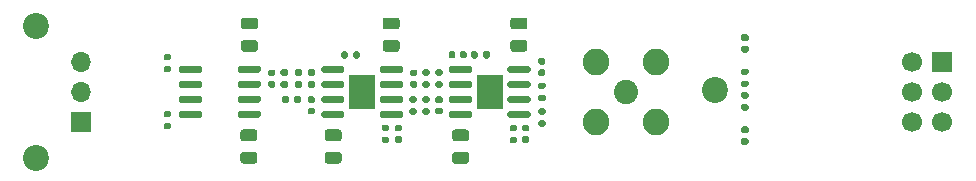
<source format=gbr>
%TF.GenerationSoftware,KiCad,Pcbnew,(5.1.8)-1*%
%TF.CreationDate,2021-10-07T20:49:06+08:00*%
%TF.ProjectId,Amplifier,416d706c-6966-4696-9572-2e6b69636164,rev?*%
%TF.SameCoordinates,Original*%
%TF.FileFunction,Soldermask,Top*%
%TF.FilePolarity,Negative*%
%FSLAX46Y46*%
G04 Gerber Fmt 4.6, Leading zero omitted, Abs format (unit mm)*
G04 Created by KiCad (PCBNEW (5.1.8)-1) date 2021-10-07 20:49:06*
%MOMM*%
%LPD*%
G01*
G04 APERTURE LIST*
%ADD10C,1.700000*%
%ADD11R,1.700000X1.700000*%
%ADD12C,2.200000*%
%ADD13R,2.290000X3.000000*%
%ADD14C,2.250000*%
%ADD15C,2.050000*%
%ADD16O,1.700000X1.700000*%
G04 APERTURE END LIST*
D10*
%TO.C,J1*%
X144290000Y-99520000D03*
X146830000Y-102060000D03*
D11*
X146830000Y-96980000D03*
D10*
X144290000Y-102060000D03*
X146830000Y-99520000D03*
X144290000Y-96980000D03*
%TD*%
%TO.C,R22*%
G36*
G01*
X129905000Y-100540000D02*
X130275000Y-100540000D01*
G75*
G02*
X130410000Y-100675000I0J-135000D01*
G01*
X130410000Y-100945000D01*
G75*
G02*
X130275000Y-101080000I-135000J0D01*
G01*
X129905000Y-101080000D01*
G75*
G02*
X129770000Y-100945000I0J135000D01*
G01*
X129770000Y-100675000D01*
G75*
G02*
X129905000Y-100540000I135000J0D01*
G01*
G37*
G36*
G01*
X129905000Y-99520000D02*
X130275000Y-99520000D01*
G75*
G02*
X130410000Y-99655000I0J-135000D01*
G01*
X130410000Y-99925000D01*
G75*
G02*
X130275000Y-100060000I-135000J0D01*
G01*
X129905000Y-100060000D01*
G75*
G02*
X129770000Y-99925000I0J135000D01*
G01*
X129770000Y-99655000D01*
G75*
G02*
X129905000Y-99520000I135000J0D01*
G01*
G37*
%TD*%
%TO.C,R21*%
G36*
G01*
X129905000Y-98545000D02*
X130275000Y-98545000D01*
G75*
G02*
X130410000Y-98680000I0J-135000D01*
G01*
X130410000Y-98950000D01*
G75*
G02*
X130275000Y-99085000I-135000J0D01*
G01*
X129905000Y-99085000D01*
G75*
G02*
X129770000Y-98950000I0J135000D01*
G01*
X129770000Y-98680000D01*
G75*
G02*
X129905000Y-98545000I135000J0D01*
G01*
G37*
G36*
G01*
X129905000Y-97525000D02*
X130275000Y-97525000D01*
G75*
G02*
X130410000Y-97660000I0J-135000D01*
G01*
X130410000Y-97930000D01*
G75*
G02*
X130275000Y-98065000I-135000J0D01*
G01*
X129905000Y-98065000D01*
G75*
G02*
X129770000Y-97930000I0J135000D01*
G01*
X129770000Y-97660000D01*
G75*
G02*
X129905000Y-97525000I135000J0D01*
G01*
G37*
%TD*%
%TO.C,D2*%
G36*
G01*
X130262500Y-103010000D02*
X129917500Y-103010000D01*
G75*
G02*
X129770000Y-102862500I0J147500D01*
G01*
X129770000Y-102567500D01*
G75*
G02*
X129917500Y-102420000I147500J0D01*
G01*
X130262500Y-102420000D01*
G75*
G02*
X130410000Y-102567500I0J-147500D01*
G01*
X130410000Y-102862500D01*
G75*
G02*
X130262500Y-103010000I-147500J0D01*
G01*
G37*
G36*
G01*
X130262500Y-103980000D02*
X129917500Y-103980000D01*
G75*
G02*
X129770000Y-103832500I0J147500D01*
G01*
X129770000Y-103537500D01*
G75*
G02*
X129917500Y-103390000I147500J0D01*
G01*
X130262500Y-103390000D01*
G75*
G02*
X130410000Y-103537500I0J-147500D01*
G01*
X130410000Y-103832500D01*
G75*
G02*
X130262500Y-103980000I-147500J0D01*
G01*
G37*
%TD*%
%TO.C,D1*%
G36*
G01*
X130262500Y-95210000D02*
X129917500Y-95210000D01*
G75*
G02*
X129770000Y-95062500I0J147500D01*
G01*
X129770000Y-94767500D01*
G75*
G02*
X129917500Y-94620000I147500J0D01*
G01*
X130262500Y-94620000D01*
G75*
G02*
X130410000Y-94767500I0J-147500D01*
G01*
X130410000Y-95062500D01*
G75*
G02*
X130262500Y-95210000I-147500J0D01*
G01*
G37*
G36*
G01*
X130262500Y-96180000D02*
X129917500Y-96180000D01*
G75*
G02*
X129770000Y-96032500I0J147500D01*
G01*
X129770000Y-95737500D01*
G75*
G02*
X129917500Y-95590000I147500J0D01*
G01*
X130262500Y-95590000D01*
G75*
G02*
X130410000Y-95737500I0J-147500D01*
G01*
X130410000Y-96032500D01*
G75*
G02*
X130262500Y-96180000I-147500J0D01*
G01*
G37*
%TD*%
D12*
%TO.C,H3*%
X127600000Y-99300000D03*
%TD*%
%TO.C,H2*%
X70100000Y-105100000D03*
%TD*%
%TO.C,H1*%
X70100000Y-93900000D03*
%TD*%
%TO.C,R20*%
G36*
G01*
X112735000Y-101910000D02*
X113105000Y-101910000D01*
G75*
G02*
X113240000Y-102045000I0J-135000D01*
G01*
X113240000Y-102315000D01*
G75*
G02*
X113105000Y-102450000I-135000J0D01*
G01*
X112735000Y-102450000D01*
G75*
G02*
X112600000Y-102315000I0J135000D01*
G01*
X112600000Y-102045000D01*
G75*
G02*
X112735000Y-101910000I135000J0D01*
G01*
G37*
G36*
G01*
X112735000Y-100890000D02*
X113105000Y-100890000D01*
G75*
G02*
X113240000Y-101025000I0J-135000D01*
G01*
X113240000Y-101295000D01*
G75*
G02*
X113105000Y-101430000I-135000J0D01*
G01*
X112735000Y-101430000D01*
G75*
G02*
X112600000Y-101295000I0J135000D01*
G01*
X112600000Y-101025000D01*
G75*
G02*
X112735000Y-100890000I135000J0D01*
G01*
G37*
%TD*%
%TO.C,R19*%
G36*
G01*
X112715000Y-99740000D02*
X113085000Y-99740000D01*
G75*
G02*
X113220000Y-99875000I0J-135000D01*
G01*
X113220000Y-100145000D01*
G75*
G02*
X113085000Y-100280000I-135000J0D01*
G01*
X112715000Y-100280000D01*
G75*
G02*
X112580000Y-100145000I0J135000D01*
G01*
X112580000Y-99875000D01*
G75*
G02*
X112715000Y-99740000I135000J0D01*
G01*
G37*
G36*
G01*
X112715000Y-98720000D02*
X113085000Y-98720000D01*
G75*
G02*
X113220000Y-98855000I0J-135000D01*
G01*
X113220000Y-99125000D01*
G75*
G02*
X113085000Y-99260000I-135000J0D01*
G01*
X112715000Y-99260000D01*
G75*
G02*
X112580000Y-99125000I0J135000D01*
G01*
X112580000Y-98855000D01*
G75*
G02*
X112715000Y-98720000I135000J0D01*
G01*
G37*
%TD*%
%TO.C,R18*%
G36*
G01*
X110685000Y-102830000D02*
X110315000Y-102830000D01*
G75*
G02*
X110180000Y-102695000I0J135000D01*
G01*
X110180000Y-102425000D01*
G75*
G02*
X110315000Y-102290000I135000J0D01*
G01*
X110685000Y-102290000D01*
G75*
G02*
X110820000Y-102425000I0J-135000D01*
G01*
X110820000Y-102695000D01*
G75*
G02*
X110685000Y-102830000I-135000J0D01*
G01*
G37*
G36*
G01*
X110685000Y-103850000D02*
X110315000Y-103850000D01*
G75*
G02*
X110180000Y-103715000I0J135000D01*
G01*
X110180000Y-103445000D01*
G75*
G02*
X110315000Y-103310000I135000J0D01*
G01*
X110685000Y-103310000D01*
G75*
G02*
X110820000Y-103445000I0J-135000D01*
G01*
X110820000Y-103715000D01*
G75*
G02*
X110685000Y-103850000I-135000J0D01*
G01*
G37*
%TD*%
%TO.C,R17*%
G36*
G01*
X107950000Y-96545000D02*
X107950000Y-96175000D01*
G75*
G02*
X108085000Y-96040000I135000J0D01*
G01*
X108355000Y-96040000D01*
G75*
G02*
X108490000Y-96175000I0J-135000D01*
G01*
X108490000Y-96545000D01*
G75*
G02*
X108355000Y-96680000I-135000J0D01*
G01*
X108085000Y-96680000D01*
G75*
G02*
X107950000Y-96545000I0J135000D01*
G01*
G37*
G36*
G01*
X106930000Y-96545000D02*
X106930000Y-96175000D01*
G75*
G02*
X107065000Y-96040000I135000J0D01*
G01*
X107335000Y-96040000D01*
G75*
G02*
X107470000Y-96175000I0J-135000D01*
G01*
X107470000Y-96545000D01*
G75*
G02*
X107335000Y-96680000I-135000J0D01*
G01*
X107065000Y-96680000D01*
G75*
G02*
X106930000Y-96545000I0J135000D01*
G01*
G37*
%TD*%
%TO.C,R16*%
G36*
G01*
X103285000Y-98130000D02*
X102915000Y-98130000D01*
G75*
G02*
X102780000Y-97995000I0J135000D01*
G01*
X102780000Y-97725000D01*
G75*
G02*
X102915000Y-97590000I135000J0D01*
G01*
X103285000Y-97590000D01*
G75*
G02*
X103420000Y-97725000I0J-135000D01*
G01*
X103420000Y-97995000D01*
G75*
G02*
X103285000Y-98130000I-135000J0D01*
G01*
G37*
G36*
G01*
X103285000Y-99150000D02*
X102915000Y-99150000D01*
G75*
G02*
X102780000Y-99015000I0J135000D01*
G01*
X102780000Y-98745000D01*
G75*
G02*
X102915000Y-98610000I135000J0D01*
G01*
X103285000Y-98610000D01*
G75*
G02*
X103420000Y-98745000I0J-135000D01*
G01*
X103420000Y-99015000D01*
G75*
G02*
X103285000Y-99150000I-135000J0D01*
G01*
G37*
%TD*%
%TO.C,R15*%
G36*
G01*
X104015000Y-98610000D02*
X104385000Y-98610000D01*
G75*
G02*
X104520000Y-98745000I0J-135000D01*
G01*
X104520000Y-99015000D01*
G75*
G02*
X104385000Y-99150000I-135000J0D01*
G01*
X104015000Y-99150000D01*
G75*
G02*
X103880000Y-99015000I0J135000D01*
G01*
X103880000Y-98745000D01*
G75*
G02*
X104015000Y-98610000I135000J0D01*
G01*
G37*
G36*
G01*
X104015000Y-97590000D02*
X104385000Y-97590000D01*
G75*
G02*
X104520000Y-97725000I0J-135000D01*
G01*
X104520000Y-97995000D01*
G75*
G02*
X104385000Y-98130000I-135000J0D01*
G01*
X104015000Y-98130000D01*
G75*
G02*
X103880000Y-97995000I0J135000D01*
G01*
X103880000Y-97725000D01*
G75*
G02*
X104015000Y-97590000I135000J0D01*
G01*
G37*
%TD*%
%TO.C,R14*%
G36*
G01*
X103285000Y-100410000D02*
X102915000Y-100410000D01*
G75*
G02*
X102780000Y-100275000I0J135000D01*
G01*
X102780000Y-100005000D01*
G75*
G02*
X102915000Y-99870000I135000J0D01*
G01*
X103285000Y-99870000D01*
G75*
G02*
X103420000Y-100005000I0J-135000D01*
G01*
X103420000Y-100275000D01*
G75*
G02*
X103285000Y-100410000I-135000J0D01*
G01*
G37*
G36*
G01*
X103285000Y-101430000D02*
X102915000Y-101430000D01*
G75*
G02*
X102780000Y-101295000I0J135000D01*
G01*
X102780000Y-101025000D01*
G75*
G02*
X102915000Y-100890000I135000J0D01*
G01*
X103285000Y-100890000D01*
G75*
G02*
X103420000Y-101025000I0J-135000D01*
G01*
X103420000Y-101295000D01*
G75*
G02*
X103285000Y-101430000I-135000J0D01*
G01*
G37*
%TD*%
%TO.C,R13*%
G36*
G01*
X101815000Y-100890000D02*
X102185000Y-100890000D01*
G75*
G02*
X102320000Y-101025000I0J-135000D01*
G01*
X102320000Y-101295000D01*
G75*
G02*
X102185000Y-101430000I-135000J0D01*
G01*
X101815000Y-101430000D01*
G75*
G02*
X101680000Y-101295000I0J135000D01*
G01*
X101680000Y-101025000D01*
G75*
G02*
X101815000Y-100890000I135000J0D01*
G01*
G37*
G36*
G01*
X101815000Y-99870000D02*
X102185000Y-99870000D01*
G75*
G02*
X102320000Y-100005000I0J-135000D01*
G01*
X102320000Y-100275000D01*
G75*
G02*
X102185000Y-100410000I-135000J0D01*
G01*
X101815000Y-100410000D01*
G75*
G02*
X101680000Y-100275000I0J135000D01*
G01*
X101680000Y-100005000D01*
G75*
G02*
X101815000Y-99870000I135000J0D01*
G01*
G37*
%TD*%
%TO.C,R12*%
G36*
G01*
X99845000Y-102810000D02*
X99475000Y-102810000D01*
G75*
G02*
X99340000Y-102675000I0J135000D01*
G01*
X99340000Y-102405000D01*
G75*
G02*
X99475000Y-102270000I135000J0D01*
G01*
X99845000Y-102270000D01*
G75*
G02*
X99980000Y-102405000I0J-135000D01*
G01*
X99980000Y-102675000D01*
G75*
G02*
X99845000Y-102810000I-135000J0D01*
G01*
G37*
G36*
G01*
X99845000Y-103830000D02*
X99475000Y-103830000D01*
G75*
G02*
X99340000Y-103695000I0J135000D01*
G01*
X99340000Y-103425000D01*
G75*
G02*
X99475000Y-103290000I135000J0D01*
G01*
X99845000Y-103290000D01*
G75*
G02*
X99980000Y-103425000I0J-135000D01*
G01*
X99980000Y-103695000D01*
G75*
G02*
X99845000Y-103830000I-135000J0D01*
G01*
G37*
%TD*%
%TO.C,R11*%
G36*
G01*
X96950000Y-96565000D02*
X96950000Y-96195000D01*
G75*
G02*
X97085000Y-96060000I135000J0D01*
G01*
X97355000Y-96060000D01*
G75*
G02*
X97490000Y-96195000I0J-135000D01*
G01*
X97490000Y-96565000D01*
G75*
G02*
X97355000Y-96700000I-135000J0D01*
G01*
X97085000Y-96700000D01*
G75*
G02*
X96950000Y-96565000I0J135000D01*
G01*
G37*
G36*
G01*
X95930000Y-96565000D02*
X95930000Y-96195000D01*
G75*
G02*
X96065000Y-96060000I135000J0D01*
G01*
X96335000Y-96060000D01*
G75*
G02*
X96470000Y-96195000I0J-135000D01*
G01*
X96470000Y-96565000D01*
G75*
G02*
X96335000Y-96700000I-135000J0D01*
G01*
X96065000Y-96700000D01*
G75*
G02*
X95930000Y-96565000I0J135000D01*
G01*
G37*
%TD*%
%TO.C,R10*%
G36*
G01*
X92485000Y-98130000D02*
X92115000Y-98130000D01*
G75*
G02*
X91980000Y-97995000I0J135000D01*
G01*
X91980000Y-97725000D01*
G75*
G02*
X92115000Y-97590000I135000J0D01*
G01*
X92485000Y-97590000D01*
G75*
G02*
X92620000Y-97725000I0J-135000D01*
G01*
X92620000Y-97995000D01*
G75*
G02*
X92485000Y-98130000I-135000J0D01*
G01*
G37*
G36*
G01*
X92485000Y-99150000D02*
X92115000Y-99150000D01*
G75*
G02*
X91980000Y-99015000I0J135000D01*
G01*
X91980000Y-98745000D01*
G75*
G02*
X92115000Y-98610000I135000J0D01*
G01*
X92485000Y-98610000D01*
G75*
G02*
X92620000Y-98745000I0J-135000D01*
G01*
X92620000Y-99015000D01*
G75*
G02*
X92485000Y-99150000I-135000J0D01*
G01*
G37*
%TD*%
%TO.C,R9*%
G36*
G01*
X93215000Y-98610000D02*
X93585000Y-98610000D01*
G75*
G02*
X93720000Y-98745000I0J-135000D01*
G01*
X93720000Y-99015000D01*
G75*
G02*
X93585000Y-99150000I-135000J0D01*
G01*
X93215000Y-99150000D01*
G75*
G02*
X93080000Y-99015000I0J135000D01*
G01*
X93080000Y-98745000D01*
G75*
G02*
X93215000Y-98610000I135000J0D01*
G01*
G37*
G36*
G01*
X93215000Y-97590000D02*
X93585000Y-97590000D01*
G75*
G02*
X93720000Y-97725000I0J-135000D01*
G01*
X93720000Y-97995000D01*
G75*
G02*
X93585000Y-98130000I-135000J0D01*
G01*
X93215000Y-98130000D01*
G75*
G02*
X93080000Y-97995000I0J135000D01*
G01*
X93080000Y-97725000D01*
G75*
G02*
X93215000Y-97590000I135000J0D01*
G01*
G37*
%TD*%
%TO.C,R8*%
G36*
G01*
X91460000Y-99965000D02*
X91460000Y-100335000D01*
G75*
G02*
X91325000Y-100470000I-135000J0D01*
G01*
X91055000Y-100470000D01*
G75*
G02*
X90920000Y-100335000I0J135000D01*
G01*
X90920000Y-99965000D01*
G75*
G02*
X91055000Y-99830000I135000J0D01*
G01*
X91325000Y-99830000D01*
G75*
G02*
X91460000Y-99965000I0J-135000D01*
G01*
G37*
G36*
G01*
X92480000Y-99965000D02*
X92480000Y-100335000D01*
G75*
G02*
X92345000Y-100470000I-135000J0D01*
G01*
X92075000Y-100470000D01*
G75*
G02*
X91940000Y-100335000I0J135000D01*
G01*
X91940000Y-99965000D01*
G75*
G02*
X92075000Y-99830000I135000J0D01*
G01*
X92345000Y-99830000D01*
G75*
G02*
X92480000Y-99965000I0J-135000D01*
G01*
G37*
%TD*%
%TO.C,R7*%
G36*
G01*
X91285000Y-98130000D02*
X90915000Y-98130000D01*
G75*
G02*
X90780000Y-97995000I0J135000D01*
G01*
X90780000Y-97725000D01*
G75*
G02*
X90915000Y-97590000I135000J0D01*
G01*
X91285000Y-97590000D01*
G75*
G02*
X91420000Y-97725000I0J-135000D01*
G01*
X91420000Y-97995000D01*
G75*
G02*
X91285000Y-98130000I-135000J0D01*
G01*
G37*
G36*
G01*
X91285000Y-99150000D02*
X90915000Y-99150000D01*
G75*
G02*
X90780000Y-99015000I0J135000D01*
G01*
X90780000Y-98745000D01*
G75*
G02*
X90915000Y-98610000I135000J0D01*
G01*
X91285000Y-98610000D01*
G75*
G02*
X91420000Y-98745000I0J-135000D01*
G01*
X91420000Y-99015000D01*
G75*
G02*
X91285000Y-99150000I-135000J0D01*
G01*
G37*
%TD*%
%TO.C,R6*%
G36*
G01*
X81015000Y-97300000D02*
X81385000Y-97300000D01*
G75*
G02*
X81520000Y-97435000I0J-135000D01*
G01*
X81520000Y-97705000D01*
G75*
G02*
X81385000Y-97840000I-135000J0D01*
G01*
X81015000Y-97840000D01*
G75*
G02*
X80880000Y-97705000I0J135000D01*
G01*
X80880000Y-97435000D01*
G75*
G02*
X81015000Y-97300000I135000J0D01*
G01*
G37*
G36*
G01*
X81015000Y-96280000D02*
X81385000Y-96280000D01*
G75*
G02*
X81520000Y-96415000I0J-135000D01*
G01*
X81520000Y-96685000D01*
G75*
G02*
X81385000Y-96820000I-135000J0D01*
G01*
X81015000Y-96820000D01*
G75*
G02*
X80880000Y-96685000I0J135000D01*
G01*
X80880000Y-96415000D01*
G75*
G02*
X81015000Y-96280000I135000J0D01*
G01*
G37*
%TD*%
%TO.C,R5*%
G36*
G01*
X81015000Y-102140000D02*
X81385000Y-102140000D01*
G75*
G02*
X81520000Y-102275000I0J-135000D01*
G01*
X81520000Y-102545000D01*
G75*
G02*
X81385000Y-102680000I-135000J0D01*
G01*
X81015000Y-102680000D01*
G75*
G02*
X80880000Y-102545000I0J135000D01*
G01*
X80880000Y-102275000D01*
G75*
G02*
X81015000Y-102140000I135000J0D01*
G01*
G37*
G36*
G01*
X81015000Y-101120000D02*
X81385000Y-101120000D01*
G75*
G02*
X81520000Y-101255000I0J-135000D01*
G01*
X81520000Y-101525000D01*
G75*
G02*
X81385000Y-101660000I-135000J0D01*
G01*
X81015000Y-101660000D01*
G75*
G02*
X80880000Y-101525000I0J135000D01*
G01*
X80880000Y-101255000D01*
G75*
G02*
X81015000Y-101120000I135000J0D01*
G01*
G37*
%TD*%
%TO.C,C20*%
G36*
G01*
X111380000Y-103250000D02*
X111720000Y-103250000D01*
G75*
G02*
X111860000Y-103390000I0J-140000D01*
G01*
X111860000Y-103670000D01*
G75*
G02*
X111720000Y-103810000I-140000J0D01*
G01*
X111380000Y-103810000D01*
G75*
G02*
X111240000Y-103670000I0J140000D01*
G01*
X111240000Y-103390000D01*
G75*
G02*
X111380000Y-103250000I140000J0D01*
G01*
G37*
G36*
G01*
X111380000Y-102290000D02*
X111720000Y-102290000D01*
G75*
G02*
X111860000Y-102430000I0J-140000D01*
G01*
X111860000Y-102710000D01*
G75*
G02*
X111720000Y-102850000I-140000J0D01*
G01*
X111380000Y-102850000D01*
G75*
G02*
X111240000Y-102710000I0J140000D01*
G01*
X111240000Y-102430000D01*
G75*
G02*
X111380000Y-102290000I140000J0D01*
G01*
G37*
%TD*%
%TO.C,C19*%
G36*
G01*
X112730000Y-97600000D02*
X113070000Y-97600000D01*
G75*
G02*
X113210000Y-97740000I0J-140000D01*
G01*
X113210000Y-98020000D01*
G75*
G02*
X113070000Y-98160000I-140000J0D01*
G01*
X112730000Y-98160000D01*
G75*
G02*
X112590000Y-98020000I0J140000D01*
G01*
X112590000Y-97740000D01*
G75*
G02*
X112730000Y-97600000I140000J0D01*
G01*
G37*
G36*
G01*
X112730000Y-96640000D02*
X113070000Y-96640000D01*
G75*
G02*
X113210000Y-96780000I0J-140000D01*
G01*
X113210000Y-97060000D01*
G75*
G02*
X113070000Y-97200000I-140000J0D01*
G01*
X112730000Y-97200000D01*
G75*
G02*
X112590000Y-97060000I0J140000D01*
G01*
X112590000Y-96780000D01*
G75*
G02*
X112730000Y-96640000I140000J0D01*
G01*
G37*
%TD*%
%TO.C,C16*%
G36*
G01*
X104030000Y-100850000D02*
X104370000Y-100850000D01*
G75*
G02*
X104510000Y-100990000I0J-140000D01*
G01*
X104510000Y-101270000D01*
G75*
G02*
X104370000Y-101410000I-140000J0D01*
G01*
X104030000Y-101410000D01*
G75*
G02*
X103890000Y-101270000I0J140000D01*
G01*
X103890000Y-100990000D01*
G75*
G02*
X104030000Y-100850000I140000J0D01*
G01*
G37*
G36*
G01*
X104030000Y-99890000D02*
X104370000Y-99890000D01*
G75*
G02*
X104510000Y-100030000I0J-140000D01*
G01*
X104510000Y-100310000D01*
G75*
G02*
X104370000Y-100450000I-140000J0D01*
G01*
X104030000Y-100450000D01*
G75*
G02*
X103890000Y-100310000I0J140000D01*
G01*
X103890000Y-100030000D01*
G75*
G02*
X104030000Y-99890000I140000J0D01*
G01*
G37*
%TD*%
%TO.C,C15*%
G36*
G01*
X105990000Y-96530000D02*
X105990000Y-96190000D01*
G75*
G02*
X106130000Y-96050000I140000J0D01*
G01*
X106410000Y-96050000D01*
G75*
G02*
X106550000Y-96190000I0J-140000D01*
G01*
X106550000Y-96530000D01*
G75*
G02*
X106410000Y-96670000I-140000J0D01*
G01*
X106130000Y-96670000D01*
G75*
G02*
X105990000Y-96530000I0J140000D01*
G01*
G37*
G36*
G01*
X105030000Y-96530000D02*
X105030000Y-96190000D01*
G75*
G02*
X105170000Y-96050000I140000J0D01*
G01*
X105450000Y-96050000D01*
G75*
G02*
X105590000Y-96190000I0J-140000D01*
G01*
X105590000Y-96530000D01*
G75*
G02*
X105450000Y-96670000I-140000J0D01*
G01*
X105170000Y-96670000D01*
G75*
G02*
X105030000Y-96530000I0J140000D01*
G01*
G37*
%TD*%
%TO.C,C14*%
G36*
G01*
X101880000Y-98570000D02*
X102220000Y-98570000D01*
G75*
G02*
X102360000Y-98710000I0J-140000D01*
G01*
X102360000Y-98990000D01*
G75*
G02*
X102220000Y-99130000I-140000J0D01*
G01*
X101880000Y-99130000D01*
G75*
G02*
X101740000Y-98990000I0J140000D01*
G01*
X101740000Y-98710000D01*
G75*
G02*
X101880000Y-98570000I140000J0D01*
G01*
G37*
G36*
G01*
X101880000Y-97610000D02*
X102220000Y-97610000D01*
G75*
G02*
X102360000Y-97750000I0J-140000D01*
G01*
X102360000Y-98030000D01*
G75*
G02*
X102220000Y-98170000I-140000J0D01*
G01*
X101880000Y-98170000D01*
G75*
G02*
X101740000Y-98030000I0J140000D01*
G01*
X101740000Y-97750000D01*
G75*
G02*
X101880000Y-97610000I140000J0D01*
G01*
G37*
%TD*%
%TO.C,C13*%
G36*
G01*
X90210000Y-98170000D02*
X89870000Y-98170000D01*
G75*
G02*
X89730000Y-98030000I0J140000D01*
G01*
X89730000Y-97750000D01*
G75*
G02*
X89870000Y-97610000I140000J0D01*
G01*
X90210000Y-97610000D01*
G75*
G02*
X90350000Y-97750000I0J-140000D01*
G01*
X90350000Y-98030000D01*
G75*
G02*
X90210000Y-98170000I-140000J0D01*
G01*
G37*
G36*
G01*
X90210000Y-99130000D02*
X89870000Y-99130000D01*
G75*
G02*
X89730000Y-98990000I0J140000D01*
G01*
X89730000Y-98710000D01*
G75*
G02*
X89870000Y-98570000I140000J0D01*
G01*
X90210000Y-98570000D01*
G75*
G02*
X90350000Y-98710000I0J-140000D01*
G01*
X90350000Y-98990000D01*
G75*
G02*
X90210000Y-99130000I-140000J0D01*
G01*
G37*
%TD*%
%TO.C,C12*%
G36*
G01*
X100580000Y-103250000D02*
X100920000Y-103250000D01*
G75*
G02*
X101060000Y-103390000I0J-140000D01*
G01*
X101060000Y-103670000D01*
G75*
G02*
X100920000Y-103810000I-140000J0D01*
G01*
X100580000Y-103810000D01*
G75*
G02*
X100440000Y-103670000I0J140000D01*
G01*
X100440000Y-103390000D01*
G75*
G02*
X100580000Y-103250000I140000J0D01*
G01*
G37*
G36*
G01*
X100580000Y-102290000D02*
X100920000Y-102290000D01*
G75*
G02*
X101060000Y-102430000I0J-140000D01*
G01*
X101060000Y-102710000D01*
G75*
G02*
X100920000Y-102850000I-140000J0D01*
G01*
X100580000Y-102850000D01*
G75*
G02*
X100440000Y-102710000I0J140000D01*
G01*
X100440000Y-102430000D01*
G75*
G02*
X100580000Y-102290000I140000J0D01*
G01*
G37*
%TD*%
%TO.C,C11*%
G36*
G01*
X93230000Y-100850000D02*
X93570000Y-100850000D01*
G75*
G02*
X93710000Y-100990000I0J-140000D01*
G01*
X93710000Y-101270000D01*
G75*
G02*
X93570000Y-101410000I-140000J0D01*
G01*
X93230000Y-101410000D01*
G75*
G02*
X93090000Y-101270000I0J140000D01*
G01*
X93090000Y-100990000D01*
G75*
G02*
X93230000Y-100850000I140000J0D01*
G01*
G37*
G36*
G01*
X93230000Y-99890000D02*
X93570000Y-99890000D01*
G75*
G02*
X93710000Y-100030000I0J-140000D01*
G01*
X93710000Y-100310000D01*
G75*
G02*
X93570000Y-100450000I-140000J0D01*
G01*
X93230000Y-100450000D01*
G75*
G02*
X93090000Y-100310000I0J140000D01*
G01*
X93090000Y-100030000D01*
G75*
G02*
X93230000Y-99890000I140000J0D01*
G01*
G37*
%TD*%
%TO.C,C22*%
G36*
G01*
X94765000Y-104580000D02*
X95715000Y-104580000D01*
G75*
G02*
X95965000Y-104830000I0J-250000D01*
G01*
X95965000Y-105330000D01*
G75*
G02*
X95715000Y-105580000I-250000J0D01*
G01*
X94765000Y-105580000D01*
G75*
G02*
X94515000Y-105330000I0J250000D01*
G01*
X94515000Y-104830000D01*
G75*
G02*
X94765000Y-104580000I250000J0D01*
G01*
G37*
G36*
G01*
X94765000Y-102680000D02*
X95715000Y-102680000D01*
G75*
G02*
X95965000Y-102930000I0J-250000D01*
G01*
X95965000Y-103430000D01*
G75*
G02*
X95715000Y-103680000I-250000J0D01*
G01*
X94765000Y-103680000D01*
G75*
G02*
X94515000Y-103430000I0J250000D01*
G01*
X94515000Y-102930000D01*
G75*
G02*
X94765000Y-102680000I250000J0D01*
G01*
G37*
%TD*%
%TO.C,C21*%
G36*
G01*
X99675000Y-95110000D02*
X100625000Y-95110000D01*
G75*
G02*
X100875000Y-95360000I0J-250000D01*
G01*
X100875000Y-95860000D01*
G75*
G02*
X100625000Y-96110000I-250000J0D01*
G01*
X99675000Y-96110000D01*
G75*
G02*
X99425000Y-95860000I0J250000D01*
G01*
X99425000Y-95360000D01*
G75*
G02*
X99675000Y-95110000I250000J0D01*
G01*
G37*
G36*
G01*
X99675000Y-93210000D02*
X100625000Y-93210000D01*
G75*
G02*
X100875000Y-93460000I0J-250000D01*
G01*
X100875000Y-93960000D01*
G75*
G02*
X100625000Y-94210000I-250000J0D01*
G01*
X99675000Y-94210000D01*
G75*
G02*
X99425000Y-93960000I0J250000D01*
G01*
X99425000Y-93460000D01*
G75*
G02*
X99675000Y-93210000I250000J0D01*
G01*
G37*
%TD*%
%TO.C,C18*%
G36*
G01*
X105555000Y-104580000D02*
X106505000Y-104580000D01*
G75*
G02*
X106755000Y-104830000I0J-250000D01*
G01*
X106755000Y-105330000D01*
G75*
G02*
X106505000Y-105580000I-250000J0D01*
G01*
X105555000Y-105580000D01*
G75*
G02*
X105305000Y-105330000I0J250000D01*
G01*
X105305000Y-104830000D01*
G75*
G02*
X105555000Y-104580000I250000J0D01*
G01*
G37*
G36*
G01*
X105555000Y-102680000D02*
X106505000Y-102680000D01*
G75*
G02*
X106755000Y-102930000I0J-250000D01*
G01*
X106755000Y-103430000D01*
G75*
G02*
X106505000Y-103680000I-250000J0D01*
G01*
X105555000Y-103680000D01*
G75*
G02*
X105305000Y-103430000I0J250000D01*
G01*
X105305000Y-102930000D01*
G75*
G02*
X105555000Y-102680000I250000J0D01*
G01*
G37*
%TD*%
%TO.C,C17*%
G36*
G01*
X110485000Y-95110000D02*
X111435000Y-95110000D01*
G75*
G02*
X111685000Y-95360000I0J-250000D01*
G01*
X111685000Y-95860000D01*
G75*
G02*
X111435000Y-96110000I-250000J0D01*
G01*
X110485000Y-96110000D01*
G75*
G02*
X110235000Y-95860000I0J250000D01*
G01*
X110235000Y-95360000D01*
G75*
G02*
X110485000Y-95110000I250000J0D01*
G01*
G37*
G36*
G01*
X110485000Y-93210000D02*
X111435000Y-93210000D01*
G75*
G02*
X111685000Y-93460000I0J-250000D01*
G01*
X111685000Y-93960000D01*
G75*
G02*
X111435000Y-94210000I-250000J0D01*
G01*
X110485000Y-94210000D01*
G75*
G02*
X110235000Y-93960000I0J250000D01*
G01*
X110235000Y-93460000D01*
G75*
G02*
X110485000Y-93210000I250000J0D01*
G01*
G37*
%TD*%
%TO.C,C10*%
G36*
G01*
X88575000Y-103680000D02*
X87625000Y-103680000D01*
G75*
G02*
X87375000Y-103430000I0J250000D01*
G01*
X87375000Y-102930000D01*
G75*
G02*
X87625000Y-102680000I250000J0D01*
G01*
X88575000Y-102680000D01*
G75*
G02*
X88825000Y-102930000I0J-250000D01*
G01*
X88825000Y-103430000D01*
G75*
G02*
X88575000Y-103680000I-250000J0D01*
G01*
G37*
G36*
G01*
X88575000Y-105580000D02*
X87625000Y-105580000D01*
G75*
G02*
X87375000Y-105330000I0J250000D01*
G01*
X87375000Y-104830000D01*
G75*
G02*
X87625000Y-104580000I250000J0D01*
G01*
X88575000Y-104580000D01*
G75*
G02*
X88825000Y-104830000I0J-250000D01*
G01*
X88825000Y-105330000D01*
G75*
G02*
X88575000Y-105580000I-250000J0D01*
G01*
G37*
%TD*%
%TO.C,C9*%
G36*
G01*
X88625000Y-94210000D02*
X87675000Y-94210000D01*
G75*
G02*
X87425000Y-93960000I0J250000D01*
G01*
X87425000Y-93460000D01*
G75*
G02*
X87675000Y-93210000I250000J0D01*
G01*
X88625000Y-93210000D01*
G75*
G02*
X88875000Y-93460000I0J-250000D01*
G01*
X88875000Y-93960000D01*
G75*
G02*
X88625000Y-94210000I-250000J0D01*
G01*
G37*
G36*
G01*
X88625000Y-96110000D02*
X87675000Y-96110000D01*
G75*
G02*
X87425000Y-95860000I0J250000D01*
G01*
X87425000Y-95360000D01*
G75*
G02*
X87675000Y-95110000I250000J0D01*
G01*
X88625000Y-95110000D01*
G75*
G02*
X88875000Y-95360000I0J-250000D01*
G01*
X88875000Y-95860000D01*
G75*
G02*
X88625000Y-96110000I-250000J0D01*
G01*
G37*
%TD*%
D13*
%TO.C,U5*%
X108500000Y-99500000D03*
G36*
G01*
X110000000Y-97745000D02*
X110000000Y-97445000D01*
G75*
G02*
X110150000Y-97295000I150000J0D01*
G01*
X111800000Y-97295000D01*
G75*
G02*
X111950000Y-97445000I0J-150000D01*
G01*
X111950000Y-97745000D01*
G75*
G02*
X111800000Y-97895000I-150000J0D01*
G01*
X110150000Y-97895000D01*
G75*
G02*
X110000000Y-97745000I0J150000D01*
G01*
G37*
G36*
G01*
X110000000Y-99015000D02*
X110000000Y-98715000D01*
G75*
G02*
X110150000Y-98565000I150000J0D01*
G01*
X111800000Y-98565000D01*
G75*
G02*
X111950000Y-98715000I0J-150000D01*
G01*
X111950000Y-99015000D01*
G75*
G02*
X111800000Y-99165000I-150000J0D01*
G01*
X110150000Y-99165000D01*
G75*
G02*
X110000000Y-99015000I0J150000D01*
G01*
G37*
G36*
G01*
X110000000Y-100285000D02*
X110000000Y-99985000D01*
G75*
G02*
X110150000Y-99835000I150000J0D01*
G01*
X111800000Y-99835000D01*
G75*
G02*
X111950000Y-99985000I0J-150000D01*
G01*
X111950000Y-100285000D01*
G75*
G02*
X111800000Y-100435000I-150000J0D01*
G01*
X110150000Y-100435000D01*
G75*
G02*
X110000000Y-100285000I0J150000D01*
G01*
G37*
G36*
G01*
X110000000Y-101555000D02*
X110000000Y-101255000D01*
G75*
G02*
X110150000Y-101105000I150000J0D01*
G01*
X111800000Y-101105000D01*
G75*
G02*
X111950000Y-101255000I0J-150000D01*
G01*
X111950000Y-101555000D01*
G75*
G02*
X111800000Y-101705000I-150000J0D01*
G01*
X110150000Y-101705000D01*
G75*
G02*
X110000000Y-101555000I0J150000D01*
G01*
G37*
G36*
G01*
X105050000Y-101555000D02*
X105050000Y-101255000D01*
G75*
G02*
X105200000Y-101105000I150000J0D01*
G01*
X106850000Y-101105000D01*
G75*
G02*
X107000000Y-101255000I0J-150000D01*
G01*
X107000000Y-101555000D01*
G75*
G02*
X106850000Y-101705000I-150000J0D01*
G01*
X105200000Y-101705000D01*
G75*
G02*
X105050000Y-101555000I0J150000D01*
G01*
G37*
G36*
G01*
X105050000Y-100285000D02*
X105050000Y-99985000D01*
G75*
G02*
X105200000Y-99835000I150000J0D01*
G01*
X106850000Y-99835000D01*
G75*
G02*
X107000000Y-99985000I0J-150000D01*
G01*
X107000000Y-100285000D01*
G75*
G02*
X106850000Y-100435000I-150000J0D01*
G01*
X105200000Y-100435000D01*
G75*
G02*
X105050000Y-100285000I0J150000D01*
G01*
G37*
G36*
G01*
X105050000Y-99015000D02*
X105050000Y-98715000D01*
G75*
G02*
X105200000Y-98565000I150000J0D01*
G01*
X106850000Y-98565000D01*
G75*
G02*
X107000000Y-98715000I0J-150000D01*
G01*
X107000000Y-99015000D01*
G75*
G02*
X106850000Y-99165000I-150000J0D01*
G01*
X105200000Y-99165000D01*
G75*
G02*
X105050000Y-99015000I0J150000D01*
G01*
G37*
G36*
G01*
X105050000Y-97745000D02*
X105050000Y-97445000D01*
G75*
G02*
X105200000Y-97295000I150000J0D01*
G01*
X106850000Y-97295000D01*
G75*
G02*
X107000000Y-97445000I0J-150000D01*
G01*
X107000000Y-97745000D01*
G75*
G02*
X106850000Y-97895000I-150000J0D01*
G01*
X105200000Y-97895000D01*
G75*
G02*
X105050000Y-97745000I0J150000D01*
G01*
G37*
%TD*%
%TO.C,U4*%
G36*
G01*
X94250000Y-97745000D02*
X94250000Y-97445000D01*
G75*
G02*
X94400000Y-97295000I150000J0D01*
G01*
X96050000Y-97295000D01*
G75*
G02*
X96200000Y-97445000I0J-150000D01*
G01*
X96200000Y-97745000D01*
G75*
G02*
X96050000Y-97895000I-150000J0D01*
G01*
X94400000Y-97895000D01*
G75*
G02*
X94250000Y-97745000I0J150000D01*
G01*
G37*
G36*
G01*
X94250000Y-99015000D02*
X94250000Y-98715000D01*
G75*
G02*
X94400000Y-98565000I150000J0D01*
G01*
X96050000Y-98565000D01*
G75*
G02*
X96200000Y-98715000I0J-150000D01*
G01*
X96200000Y-99015000D01*
G75*
G02*
X96050000Y-99165000I-150000J0D01*
G01*
X94400000Y-99165000D01*
G75*
G02*
X94250000Y-99015000I0J150000D01*
G01*
G37*
G36*
G01*
X94250000Y-100285000D02*
X94250000Y-99985000D01*
G75*
G02*
X94400000Y-99835000I150000J0D01*
G01*
X96050000Y-99835000D01*
G75*
G02*
X96200000Y-99985000I0J-150000D01*
G01*
X96200000Y-100285000D01*
G75*
G02*
X96050000Y-100435000I-150000J0D01*
G01*
X94400000Y-100435000D01*
G75*
G02*
X94250000Y-100285000I0J150000D01*
G01*
G37*
G36*
G01*
X94250000Y-101555000D02*
X94250000Y-101255000D01*
G75*
G02*
X94400000Y-101105000I150000J0D01*
G01*
X96050000Y-101105000D01*
G75*
G02*
X96200000Y-101255000I0J-150000D01*
G01*
X96200000Y-101555000D01*
G75*
G02*
X96050000Y-101705000I-150000J0D01*
G01*
X94400000Y-101705000D01*
G75*
G02*
X94250000Y-101555000I0J150000D01*
G01*
G37*
G36*
G01*
X99200000Y-101555000D02*
X99200000Y-101255000D01*
G75*
G02*
X99350000Y-101105000I150000J0D01*
G01*
X101000000Y-101105000D01*
G75*
G02*
X101150000Y-101255000I0J-150000D01*
G01*
X101150000Y-101555000D01*
G75*
G02*
X101000000Y-101705000I-150000J0D01*
G01*
X99350000Y-101705000D01*
G75*
G02*
X99200000Y-101555000I0J150000D01*
G01*
G37*
G36*
G01*
X99200000Y-100285000D02*
X99200000Y-99985000D01*
G75*
G02*
X99350000Y-99835000I150000J0D01*
G01*
X101000000Y-99835000D01*
G75*
G02*
X101150000Y-99985000I0J-150000D01*
G01*
X101150000Y-100285000D01*
G75*
G02*
X101000000Y-100435000I-150000J0D01*
G01*
X99350000Y-100435000D01*
G75*
G02*
X99200000Y-100285000I0J150000D01*
G01*
G37*
G36*
G01*
X99200000Y-99015000D02*
X99200000Y-98715000D01*
G75*
G02*
X99350000Y-98565000I150000J0D01*
G01*
X101000000Y-98565000D01*
G75*
G02*
X101150000Y-98715000I0J-150000D01*
G01*
X101150000Y-99015000D01*
G75*
G02*
X101000000Y-99165000I-150000J0D01*
G01*
X99350000Y-99165000D01*
G75*
G02*
X99200000Y-99015000I0J150000D01*
G01*
G37*
G36*
G01*
X99200000Y-97745000D02*
X99200000Y-97445000D01*
G75*
G02*
X99350000Y-97295000I150000J0D01*
G01*
X101000000Y-97295000D01*
G75*
G02*
X101150000Y-97445000I0J-150000D01*
G01*
X101150000Y-97745000D01*
G75*
G02*
X101000000Y-97895000I-150000J0D01*
G01*
X99350000Y-97895000D01*
G75*
G02*
X99200000Y-97745000I0J150000D01*
G01*
G37*
X97700000Y-99500000D03*
%TD*%
D14*
%TO.C,J4*%
X117460000Y-102040000D03*
X117460000Y-96960000D03*
X122540000Y-96960000D03*
X122540000Y-102040000D03*
D15*
X120000000Y-99500000D03*
%TD*%
D16*
%TO.C,J3*%
X73900000Y-96945000D03*
X73900000Y-99485000D03*
D11*
X73900000Y-102025000D03*
%TD*%
%TO.C,U3*%
G36*
G01*
X87150000Y-97745000D02*
X87150000Y-97445000D01*
G75*
G02*
X87300000Y-97295000I150000J0D01*
G01*
X88950000Y-97295000D01*
G75*
G02*
X89100000Y-97445000I0J-150000D01*
G01*
X89100000Y-97745000D01*
G75*
G02*
X88950000Y-97895000I-150000J0D01*
G01*
X87300000Y-97895000D01*
G75*
G02*
X87150000Y-97745000I0J150000D01*
G01*
G37*
G36*
G01*
X87150000Y-99015000D02*
X87150000Y-98715000D01*
G75*
G02*
X87300000Y-98565000I150000J0D01*
G01*
X88950000Y-98565000D01*
G75*
G02*
X89100000Y-98715000I0J-150000D01*
G01*
X89100000Y-99015000D01*
G75*
G02*
X88950000Y-99165000I-150000J0D01*
G01*
X87300000Y-99165000D01*
G75*
G02*
X87150000Y-99015000I0J150000D01*
G01*
G37*
G36*
G01*
X87150000Y-100285000D02*
X87150000Y-99985000D01*
G75*
G02*
X87300000Y-99835000I150000J0D01*
G01*
X88950000Y-99835000D01*
G75*
G02*
X89100000Y-99985000I0J-150000D01*
G01*
X89100000Y-100285000D01*
G75*
G02*
X88950000Y-100435000I-150000J0D01*
G01*
X87300000Y-100435000D01*
G75*
G02*
X87150000Y-100285000I0J150000D01*
G01*
G37*
G36*
G01*
X87150000Y-101555000D02*
X87150000Y-101255000D01*
G75*
G02*
X87300000Y-101105000I150000J0D01*
G01*
X88950000Y-101105000D01*
G75*
G02*
X89100000Y-101255000I0J-150000D01*
G01*
X89100000Y-101555000D01*
G75*
G02*
X88950000Y-101705000I-150000J0D01*
G01*
X87300000Y-101705000D01*
G75*
G02*
X87150000Y-101555000I0J150000D01*
G01*
G37*
G36*
G01*
X82200000Y-101555000D02*
X82200000Y-101255000D01*
G75*
G02*
X82350000Y-101105000I150000J0D01*
G01*
X84000000Y-101105000D01*
G75*
G02*
X84150000Y-101255000I0J-150000D01*
G01*
X84150000Y-101555000D01*
G75*
G02*
X84000000Y-101705000I-150000J0D01*
G01*
X82350000Y-101705000D01*
G75*
G02*
X82200000Y-101555000I0J150000D01*
G01*
G37*
G36*
G01*
X82200000Y-100285000D02*
X82200000Y-99985000D01*
G75*
G02*
X82350000Y-99835000I150000J0D01*
G01*
X84000000Y-99835000D01*
G75*
G02*
X84150000Y-99985000I0J-150000D01*
G01*
X84150000Y-100285000D01*
G75*
G02*
X84000000Y-100435000I-150000J0D01*
G01*
X82350000Y-100435000D01*
G75*
G02*
X82200000Y-100285000I0J150000D01*
G01*
G37*
G36*
G01*
X82200000Y-99015000D02*
X82200000Y-98715000D01*
G75*
G02*
X82350000Y-98565000I150000J0D01*
G01*
X84000000Y-98565000D01*
G75*
G02*
X84150000Y-98715000I0J-150000D01*
G01*
X84150000Y-99015000D01*
G75*
G02*
X84000000Y-99165000I-150000J0D01*
G01*
X82350000Y-99165000D01*
G75*
G02*
X82200000Y-99015000I0J150000D01*
G01*
G37*
G36*
G01*
X82200000Y-97745000D02*
X82200000Y-97445000D01*
G75*
G02*
X82350000Y-97295000I150000J0D01*
G01*
X84000000Y-97295000D01*
G75*
G02*
X84150000Y-97445000I0J-150000D01*
G01*
X84150000Y-97745000D01*
G75*
G02*
X84000000Y-97895000I-150000J0D01*
G01*
X82350000Y-97895000D01*
G75*
G02*
X82200000Y-97745000I0J150000D01*
G01*
G37*
%TD*%
M02*

</source>
